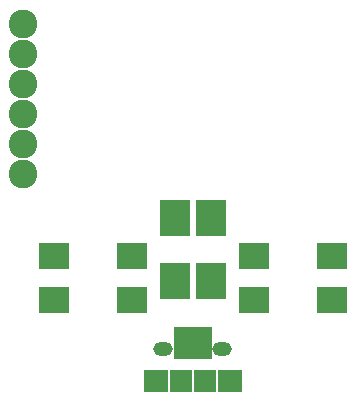
<source format=gts>
%TF.GenerationSoftware,KiCad,Pcbnew,4.0.5+dfsg1-4~bpo8+1*%
%TF.CreationDate,2017-10-06T16:53:46-03:00*%
%TF.ProjectId,treasure,74726561737572652E6B696361645F70,rev?*%
%TF.FileFunction,Soldermask,Top*%
%FSLAX46Y46*%
G04 Gerber Fmt 4.6, Leading zero omitted, Abs format (unit mm)*
G04 Created by KiCad (PCBNEW 4.0.5+dfsg1-4~bpo8+1) date Fri Oct  6 16:53:46 2017*
%MOMM*%
%LPD*%
G01*
G04 APERTURE LIST*
%ADD10C,0.254000*%
%ADD11R,2.045000X1.950000*%
%ADD12R,0.800000X2.750000*%
%ADD13O,1.650000X1.250000*%
%ADD14R,1.900000X1.950000*%
%ADD15R,2.600000X2.200000*%
%ADD16R,2.500000X3.100000*%
%ADD17C,2.432000*%
G04 APERTURE END LIST*
D10*
D11*
X145375500Y-123800000D03*
D12*
X148500000Y-120600000D03*
X147850000Y-120600000D03*
X147200000Y-120600000D03*
X149150000Y-120600000D03*
X149800000Y-120600000D03*
D13*
X151000000Y-121100000D03*
X146000000Y-121100000D03*
D11*
X151624500Y-123800000D03*
D14*
X147500000Y-123800000D03*
X149500000Y-123800000D03*
D15*
X136700000Y-113250000D03*
X143300000Y-113250000D03*
X136700000Y-116950000D03*
X143300000Y-116950000D03*
X153700000Y-113250000D03*
X160300000Y-113250000D03*
X153700000Y-116950000D03*
X160300000Y-116950000D03*
D16*
X150050000Y-115300000D03*
X150050000Y-110000000D03*
X146950000Y-110000000D03*
X146950000Y-115300000D03*
D17*
X134100000Y-93600000D03*
X134100000Y-96140000D03*
X134100000Y-98680000D03*
X134100000Y-101220000D03*
X134100000Y-103760000D03*
X134100000Y-106300000D03*
M02*

</source>
